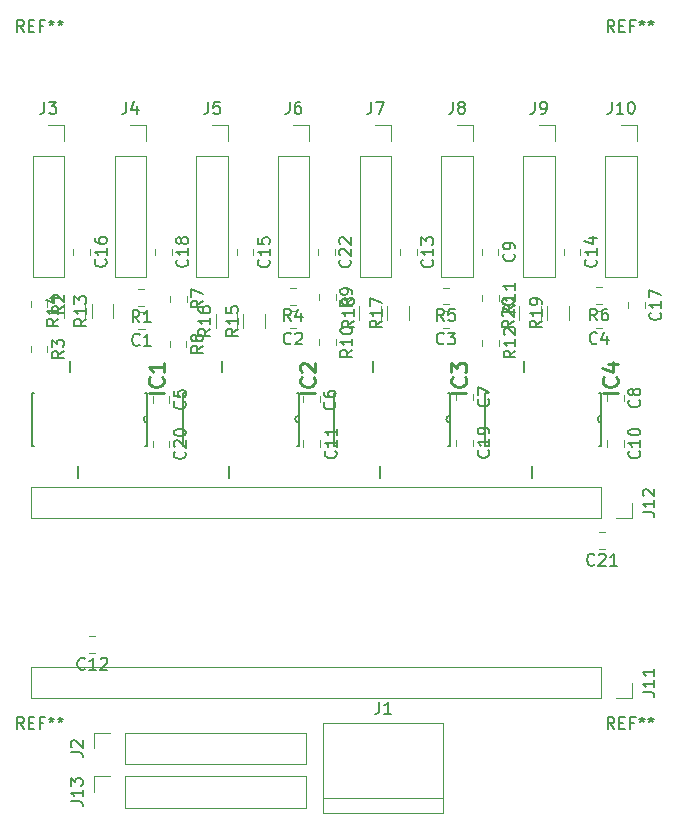
<source format=gbr>
G04 #@! TF.GenerationSoftware,KiCad,Pcbnew,(5.1.5)-3*
G04 #@! TF.CreationDate,2020-07-11T03:23:53+02:00*
G04 #@! TF.ProjectId,mixer Motor Driver board,6d697865-7220-44d6-9f74-6f7220447269,rev?*
G04 #@! TF.SameCoordinates,Original*
G04 #@! TF.FileFunction,Legend,Top*
G04 #@! TF.FilePolarity,Positive*
%FSLAX46Y46*%
G04 Gerber Fmt 4.6, Leading zero omitted, Abs format (unit mm)*
G04 Created by KiCad (PCBNEW (5.1.5)-3) date 2020-07-11 03:23:53*
%MOMM*%
%LPD*%
G04 APERTURE LIST*
%ADD10C,0.120000*%
%ADD11C,0.152400*%
%ADD12C,0.150000*%
%ADD13C,0.254000*%
G04 APERTURE END LIST*
D10*
X67362000Y-26443148D02*
X67362000Y-26965652D01*
X68782000Y-26443148D02*
X68782000Y-26965652D01*
X91684852Y-50420200D02*
X91162348Y-50420200D01*
X91684852Y-51840200D02*
X91162348Y-51840200D01*
X53366600Y-42673748D02*
X53366600Y-43196252D01*
X54786600Y-42673748D02*
X54786600Y-43196252D01*
X79071400Y-42563148D02*
X79071400Y-43085652D01*
X80491400Y-42563148D02*
X80491400Y-43085652D01*
X53569800Y-26434148D02*
X53569800Y-26956652D01*
X54989800Y-26434148D02*
X54989800Y-26956652D01*
X93625600Y-30913548D02*
X93625600Y-31436052D01*
X95045600Y-30913548D02*
X95045600Y-31436052D01*
X46661000Y-26408748D02*
X46661000Y-26931252D01*
X48081000Y-26408748D02*
X48081000Y-26931252D01*
X60478600Y-26443148D02*
X60478600Y-26965652D01*
X61898600Y-26443148D02*
X61898600Y-26965652D01*
X88164600Y-26417748D02*
X88164600Y-26940252D01*
X89584600Y-26417748D02*
X89584600Y-26940252D01*
X74321600Y-26443148D02*
X74321600Y-26965652D01*
X75741600Y-26443148D02*
X75741600Y-26965652D01*
X48537652Y-59234000D02*
X48015148Y-59234000D01*
X48537652Y-60654000D02*
X48015148Y-60654000D01*
X66142800Y-42639348D02*
X66142800Y-43161852D01*
X67562800Y-42639348D02*
X67562800Y-43161852D01*
X91847600Y-42639348D02*
X91847600Y-43161852D01*
X93267600Y-42639348D02*
X93267600Y-43161852D01*
X81230400Y-26417748D02*
X81230400Y-26940252D01*
X82650400Y-26417748D02*
X82650400Y-26940252D01*
X91847600Y-38787548D02*
X91847600Y-39310052D01*
X93267600Y-38787548D02*
X93267600Y-39310052D01*
X79071400Y-38718748D02*
X79071400Y-39241252D01*
X80491400Y-38718748D02*
X80491400Y-39241252D01*
X66142800Y-38854748D02*
X66142800Y-39377252D01*
X67562800Y-38854748D02*
X67562800Y-39377252D01*
X53366600Y-38914548D02*
X53366600Y-39437052D01*
X54786600Y-38914548D02*
X54786600Y-39437052D01*
X91412852Y-31675000D02*
X90890348Y-31675000D01*
X91412852Y-33095000D02*
X90890348Y-33095000D01*
X78458852Y-31700400D02*
X77936348Y-31700400D01*
X78458852Y-33120400D02*
X77936348Y-33120400D01*
X65504852Y-31700400D02*
X64982348Y-31700400D01*
X65504852Y-33120400D02*
X64982348Y-33120400D01*
X52695852Y-31802000D02*
X52173348Y-31802000D01*
X52695852Y-33222000D02*
X52173348Y-33222000D01*
X48428600Y-72390000D02*
X48428600Y-71060000D01*
X48428600Y-71060000D02*
X49758600Y-71060000D01*
X51028600Y-71060000D02*
X66328600Y-71060000D01*
X66328600Y-73720000D02*
X66328600Y-71060000D01*
X51028600Y-73720000D02*
X66328600Y-73720000D01*
X51028600Y-73720000D02*
X51028600Y-71060000D01*
X86254000Y-32464764D02*
X86254000Y-31260636D01*
X84434000Y-32464764D02*
X84434000Y-31260636D01*
X88590800Y-32464764D02*
X88590800Y-31260636D01*
X86770800Y-32464764D02*
X86770800Y-31260636D01*
X72690400Y-32464764D02*
X72690400Y-31260636D01*
X70870400Y-32464764D02*
X70870400Y-31260636D01*
X75052600Y-32464764D02*
X75052600Y-31260636D01*
X73232600Y-32464764D02*
X73232600Y-31260636D01*
X60523800Y-33150564D02*
X60523800Y-31946436D01*
X58703800Y-33150564D02*
X58703800Y-31946436D01*
X62886000Y-33150564D02*
X62886000Y-31946436D01*
X61066000Y-33150564D02*
X61066000Y-31946436D01*
X47671400Y-32312364D02*
X47671400Y-31108236D01*
X45851400Y-32312364D02*
X45851400Y-31108236D01*
X50033600Y-32312364D02*
X50033600Y-31108236D01*
X48213600Y-32312364D02*
X48213600Y-31108236D01*
X81281200Y-34130348D02*
X81281200Y-34652852D01*
X82701200Y-34130348D02*
X82701200Y-34652852D01*
X81255800Y-30303948D02*
X81255800Y-30826452D01*
X82675800Y-30303948D02*
X82675800Y-30826452D01*
X67463600Y-34063148D02*
X67463600Y-34585652D01*
X68883600Y-34063148D02*
X68883600Y-34585652D01*
X67463600Y-30253148D02*
X67463600Y-30775652D01*
X68883600Y-30253148D02*
X68883600Y-30775652D01*
X54814400Y-34206548D02*
X54814400Y-34729052D01*
X56234400Y-34206548D02*
X56234400Y-34729052D01*
X54839800Y-30380148D02*
X54839800Y-30902652D01*
X56259800Y-30380148D02*
X56259800Y-30902652D01*
X91430852Y-29668400D02*
X90908348Y-29668400D01*
X91430852Y-31088400D02*
X90908348Y-31088400D01*
X78467852Y-29693800D02*
X77945348Y-29693800D01*
X78467852Y-31113800D02*
X77945348Y-31113800D01*
X65513852Y-29719200D02*
X64991348Y-29719200D01*
X65513852Y-31139200D02*
X64991348Y-31139200D01*
X43054200Y-34638348D02*
X43054200Y-35160852D01*
X44474200Y-34638348D02*
X44474200Y-35160852D01*
X43054200Y-30837348D02*
X43054200Y-31359852D01*
X44474200Y-30837348D02*
X44474200Y-31359852D01*
X52677852Y-29820800D02*
X52155348Y-29820800D01*
X52677852Y-31240800D02*
X52155348Y-31240800D01*
X93963800Y-47904400D02*
X93963800Y-49234400D01*
X93963800Y-49234400D02*
X92633800Y-49234400D01*
X91363800Y-49234400D02*
X43043800Y-49234400D01*
X43043800Y-46574400D02*
X43043800Y-49234400D01*
X91363800Y-46574400D02*
X43043800Y-46574400D01*
X91363800Y-46574400D02*
X91363800Y-49234400D01*
X93963800Y-63143201D02*
X93963800Y-64473201D01*
X93963800Y-64473201D02*
X92633800Y-64473201D01*
X91363800Y-64473201D02*
X43043800Y-64473201D01*
X43043800Y-61813201D02*
X43043800Y-64473201D01*
X91363800Y-61813201D02*
X43043800Y-61813201D01*
X91363800Y-61813201D02*
X91363800Y-64473201D01*
X93040200Y-15963601D02*
X94370200Y-15963601D01*
X94370200Y-15963601D02*
X94370200Y-17293601D01*
X94370200Y-18563601D02*
X94370200Y-28783601D01*
X91710200Y-28783601D02*
X94370200Y-28783601D01*
X91710200Y-18563601D02*
X91710200Y-28783601D01*
X91710200Y-18563601D02*
X94370200Y-18563601D01*
X86080600Y-15963601D02*
X87410600Y-15963601D01*
X87410600Y-15963601D02*
X87410600Y-17293601D01*
X87410600Y-18563601D02*
X87410600Y-28783601D01*
X84750600Y-28783601D02*
X87410600Y-28783601D01*
X84750600Y-18563601D02*
X84750600Y-28783601D01*
X84750600Y-18563601D02*
X87410600Y-18563601D01*
X79146400Y-15963601D02*
X80476400Y-15963601D01*
X80476400Y-15963601D02*
X80476400Y-17293601D01*
X80476400Y-18563601D02*
X80476400Y-28783601D01*
X77816400Y-28783601D02*
X80476400Y-28783601D01*
X77816400Y-18563601D02*
X77816400Y-28783601D01*
X77816400Y-18563601D02*
X80476400Y-18563601D01*
X72237600Y-15963601D02*
X73567600Y-15963601D01*
X73567600Y-15963601D02*
X73567600Y-17293601D01*
X73567600Y-18563601D02*
X73567600Y-28783601D01*
X70907600Y-28783601D02*
X73567600Y-28783601D01*
X70907600Y-18563601D02*
X70907600Y-28783601D01*
X70907600Y-18563601D02*
X73567600Y-18563601D01*
X65303400Y-15963601D02*
X66633400Y-15963601D01*
X66633400Y-15963601D02*
X66633400Y-17293601D01*
X66633400Y-18563601D02*
X66633400Y-28783601D01*
X63973400Y-28783601D02*
X66633400Y-28783601D01*
X63973400Y-18563601D02*
X63973400Y-28783601D01*
X63973400Y-18563601D02*
X66633400Y-18563601D01*
X58420000Y-15963601D02*
X59750000Y-15963601D01*
X59750000Y-15963601D02*
X59750000Y-17293601D01*
X59750000Y-18563601D02*
X59750000Y-28783601D01*
X57090000Y-28783601D02*
X59750000Y-28783601D01*
X57090000Y-18563601D02*
X57090000Y-28783601D01*
X57090000Y-18563601D02*
X59750000Y-18563601D01*
X51481399Y-15963601D02*
X52811399Y-15963601D01*
X52811399Y-15963601D02*
X52811399Y-17293601D01*
X52811399Y-18563601D02*
X52811399Y-28783601D01*
X50151399Y-28783601D02*
X52811399Y-28783601D01*
X50151399Y-18563601D02*
X50151399Y-28783601D01*
X50151399Y-18563601D02*
X52811399Y-18563601D01*
X44551400Y-15963601D02*
X45881400Y-15963601D01*
X45881400Y-15963601D02*
X45881400Y-17293601D01*
X45881400Y-18563601D02*
X45881400Y-28783601D01*
X43221400Y-28783601D02*
X45881400Y-28783601D01*
X43221400Y-18563601D02*
X43221400Y-28783601D01*
X43221400Y-18563601D02*
X45881400Y-18563601D01*
X48428600Y-68707000D02*
X48428600Y-67377000D01*
X48428600Y-67377000D02*
X49758600Y-67377000D01*
X51028600Y-67377000D02*
X66328600Y-67377000D01*
X66328600Y-70037000D02*
X66328600Y-67377000D01*
X51028600Y-70037000D02*
X66328600Y-70037000D01*
X51028600Y-70037000D02*
X51028600Y-67377000D01*
X67818000Y-74218800D02*
X77978000Y-74218800D01*
X67818000Y-66598800D02*
X67818000Y-74218800D01*
X77978000Y-66598800D02*
X67818000Y-66598800D01*
X77978000Y-74218800D02*
X77978000Y-66598800D01*
X77978000Y-72948800D02*
X67818000Y-72948800D01*
D11*
X91363800Y-40538400D02*
G75*
G03X91363800Y-41148000I0J-304800D01*
G01*
X91363800Y-38582600D02*
X91186000Y-38582600D01*
X91363800Y-40538400D02*
X91363800Y-38582600D01*
X91363800Y-41148000D02*
X91363800Y-40538400D01*
X91363800Y-43103800D02*
X91363800Y-41148000D01*
X81559400Y-43103800D02*
X81737200Y-43103800D01*
X81559400Y-38582600D02*
X81559400Y-43103800D01*
X81737200Y-38582600D02*
X81559400Y-38582600D01*
X91186000Y-43103800D02*
X91363800Y-43103800D01*
X85471000Y-44805600D02*
X85471000Y-45847000D01*
X84836000Y-35890200D02*
X84836000Y-36880800D01*
X78553732Y-40538400D02*
G75*
G03X78553732Y-41148000I0J-304800D01*
G01*
X78553732Y-38582600D02*
X78375932Y-38582600D01*
X78553732Y-40538400D02*
X78553732Y-38582600D01*
X78553732Y-41148000D02*
X78553732Y-40538400D01*
X78553732Y-43103800D02*
X78553732Y-41148000D01*
X68749332Y-43103800D02*
X68927132Y-43103800D01*
X68749332Y-38582600D02*
X68749332Y-43103800D01*
X68927132Y-38582600D02*
X68749332Y-38582600D01*
X78375932Y-43103800D02*
X78553732Y-43103800D01*
X72660932Y-44805600D02*
X72660932Y-45847000D01*
X72025932Y-35890200D02*
X72025932Y-36880800D01*
X65743666Y-40538400D02*
G75*
G03X65743666Y-41148000I0J-304800D01*
G01*
X65743666Y-38582600D02*
X65565866Y-38582600D01*
X65743666Y-40538400D02*
X65743666Y-38582600D01*
X65743666Y-41148000D02*
X65743666Y-40538400D01*
X65743666Y-43103800D02*
X65743666Y-41148000D01*
X55939266Y-43103800D02*
X56117066Y-43103800D01*
X55939266Y-38582600D02*
X55939266Y-43103800D01*
X56117066Y-38582600D02*
X55939266Y-38582600D01*
X65565866Y-43103800D02*
X65743666Y-43103800D01*
X59850866Y-44805600D02*
X59850866Y-45847000D01*
X59215866Y-35890200D02*
X59215866Y-36880800D01*
X52933600Y-40538400D02*
G75*
G03X52933600Y-41148000I0J-304800D01*
G01*
X52933600Y-38582600D02*
X52755800Y-38582600D01*
X52933600Y-40538400D02*
X52933600Y-38582600D01*
X52933600Y-41148000D02*
X52933600Y-40538400D01*
X52933600Y-43103800D02*
X52933600Y-41148000D01*
X43129200Y-43103800D02*
X43307000Y-43103800D01*
X43129200Y-38582600D02*
X43129200Y-43103800D01*
X43307000Y-38582600D02*
X43129200Y-38582600D01*
X52755800Y-43103800D02*
X52933600Y-43103800D01*
X47040800Y-44805600D02*
X47040800Y-45847000D01*
X46405800Y-35890200D02*
X46405800Y-36880800D01*
D12*
X42468666Y-67052380D02*
X42135333Y-66576190D01*
X41897238Y-67052380D02*
X41897238Y-66052380D01*
X42278190Y-66052380D01*
X42373428Y-66100000D01*
X42421047Y-66147619D01*
X42468666Y-66242857D01*
X42468666Y-66385714D01*
X42421047Y-66480952D01*
X42373428Y-66528571D01*
X42278190Y-66576190D01*
X41897238Y-66576190D01*
X42897238Y-66528571D02*
X43230571Y-66528571D01*
X43373428Y-67052380D02*
X42897238Y-67052380D01*
X42897238Y-66052380D01*
X43373428Y-66052380D01*
X44135333Y-66528571D02*
X43802000Y-66528571D01*
X43802000Y-67052380D02*
X43802000Y-66052380D01*
X44278190Y-66052380D01*
X44802000Y-66052380D02*
X44802000Y-66290476D01*
X44563904Y-66195238D02*
X44802000Y-66290476D01*
X45040095Y-66195238D01*
X44659142Y-66480952D02*
X44802000Y-66290476D01*
X44944857Y-66480952D01*
X45563904Y-66052380D02*
X45563904Y-66290476D01*
X45325809Y-66195238D02*
X45563904Y-66290476D01*
X45802000Y-66195238D01*
X45421047Y-66480952D02*
X45563904Y-66290476D01*
X45706761Y-66480952D01*
X92468866Y-67052380D02*
X92135533Y-66576190D01*
X91897438Y-67052380D02*
X91897438Y-66052380D01*
X92278390Y-66052380D01*
X92373628Y-66100000D01*
X92421247Y-66147619D01*
X92468866Y-66242857D01*
X92468866Y-66385714D01*
X92421247Y-66480952D01*
X92373628Y-66528571D01*
X92278390Y-66576190D01*
X91897438Y-66576190D01*
X92897438Y-66528571D02*
X93230771Y-66528571D01*
X93373628Y-67052380D02*
X92897438Y-67052380D01*
X92897438Y-66052380D01*
X93373628Y-66052380D01*
X94135533Y-66528571D02*
X93802200Y-66528571D01*
X93802200Y-67052380D02*
X93802200Y-66052380D01*
X94278390Y-66052380D01*
X94802200Y-66052380D02*
X94802200Y-66290476D01*
X94564104Y-66195238D02*
X94802200Y-66290476D01*
X95040295Y-66195238D01*
X94659342Y-66480952D02*
X94802200Y-66290476D01*
X94945057Y-66480952D01*
X95564104Y-66052380D02*
X95564104Y-66290476D01*
X95326009Y-66195238D02*
X95564104Y-66290476D01*
X95802200Y-66195238D01*
X95421247Y-66480952D02*
X95564104Y-66290476D01*
X95706961Y-66480952D01*
X42468666Y-8052380D02*
X42135333Y-7576190D01*
X41897238Y-8052380D02*
X41897238Y-7052380D01*
X42278190Y-7052380D01*
X42373428Y-7100000D01*
X42421047Y-7147619D01*
X42468666Y-7242857D01*
X42468666Y-7385714D01*
X42421047Y-7480952D01*
X42373428Y-7528571D01*
X42278190Y-7576190D01*
X41897238Y-7576190D01*
X42897238Y-7528571D02*
X43230571Y-7528571D01*
X43373428Y-8052380D02*
X42897238Y-8052380D01*
X42897238Y-7052380D01*
X43373428Y-7052380D01*
X44135333Y-7528571D02*
X43802000Y-7528571D01*
X43802000Y-8052380D02*
X43802000Y-7052380D01*
X44278190Y-7052380D01*
X44802000Y-7052380D02*
X44802000Y-7290476D01*
X44563904Y-7195238D02*
X44802000Y-7290476D01*
X45040095Y-7195238D01*
X44659142Y-7480952D02*
X44802000Y-7290476D01*
X44944857Y-7480952D01*
X45563904Y-7052380D02*
X45563904Y-7290476D01*
X45325809Y-7195238D02*
X45563904Y-7290476D01*
X45802000Y-7195238D01*
X45421047Y-7480952D02*
X45563904Y-7290476D01*
X45706761Y-7480952D01*
X92468866Y-8052380D02*
X92135533Y-7576190D01*
X91897438Y-8052380D02*
X91897438Y-7052380D01*
X92278390Y-7052380D01*
X92373628Y-7100000D01*
X92421247Y-7147619D01*
X92468866Y-7242857D01*
X92468866Y-7385714D01*
X92421247Y-7480952D01*
X92373628Y-7528571D01*
X92278390Y-7576190D01*
X91897438Y-7576190D01*
X92897438Y-7528571D02*
X93230771Y-7528571D01*
X93373628Y-8052380D02*
X92897438Y-8052380D01*
X92897438Y-7052380D01*
X93373628Y-7052380D01*
X94135533Y-7528571D02*
X93802200Y-7528571D01*
X93802200Y-8052380D02*
X93802200Y-7052380D01*
X94278390Y-7052380D01*
X94802200Y-7052380D02*
X94802200Y-7290476D01*
X94564104Y-7195238D02*
X94802200Y-7290476D01*
X95040295Y-7195238D01*
X94659342Y-7480952D02*
X94802200Y-7290476D01*
X94945057Y-7480952D01*
X95564104Y-7052380D02*
X95564104Y-7290476D01*
X95326009Y-7195238D02*
X95564104Y-7290476D01*
X95802200Y-7195238D01*
X95421247Y-7480952D02*
X95564104Y-7290476D01*
X95706961Y-7480952D01*
X70079142Y-27347257D02*
X70126761Y-27394876D01*
X70174380Y-27537733D01*
X70174380Y-27632971D01*
X70126761Y-27775828D01*
X70031523Y-27871066D01*
X69936285Y-27918685D01*
X69745809Y-27966304D01*
X69602952Y-27966304D01*
X69412476Y-27918685D01*
X69317238Y-27871066D01*
X69222000Y-27775828D01*
X69174380Y-27632971D01*
X69174380Y-27537733D01*
X69222000Y-27394876D01*
X69269619Y-27347257D01*
X69269619Y-26966304D02*
X69222000Y-26918685D01*
X69174380Y-26823447D01*
X69174380Y-26585352D01*
X69222000Y-26490114D01*
X69269619Y-26442495D01*
X69364857Y-26394876D01*
X69460095Y-26394876D01*
X69602952Y-26442495D01*
X70174380Y-27013923D01*
X70174380Y-26394876D01*
X69269619Y-26013923D02*
X69222000Y-25966304D01*
X69174380Y-25871066D01*
X69174380Y-25632971D01*
X69222000Y-25537733D01*
X69269619Y-25490114D01*
X69364857Y-25442495D01*
X69460095Y-25442495D01*
X69602952Y-25490114D01*
X70174380Y-26061542D01*
X70174380Y-25442495D01*
X90780742Y-53137342D02*
X90733123Y-53184961D01*
X90590266Y-53232580D01*
X90495028Y-53232580D01*
X90352171Y-53184961D01*
X90256933Y-53089723D01*
X90209314Y-52994485D01*
X90161695Y-52804009D01*
X90161695Y-52661152D01*
X90209314Y-52470676D01*
X90256933Y-52375438D01*
X90352171Y-52280200D01*
X90495028Y-52232580D01*
X90590266Y-52232580D01*
X90733123Y-52280200D01*
X90780742Y-52327819D01*
X91161695Y-52327819D02*
X91209314Y-52280200D01*
X91304552Y-52232580D01*
X91542647Y-52232580D01*
X91637885Y-52280200D01*
X91685504Y-52327819D01*
X91733123Y-52423057D01*
X91733123Y-52518295D01*
X91685504Y-52661152D01*
X91114076Y-53232580D01*
X91733123Y-53232580D01*
X92685504Y-53232580D02*
X92114076Y-53232580D01*
X92399790Y-53232580D02*
X92399790Y-52232580D01*
X92304552Y-52375438D01*
X92209314Y-52470676D01*
X92114076Y-52518295D01*
X56083742Y-43577857D02*
X56131361Y-43625476D01*
X56178980Y-43768333D01*
X56178980Y-43863571D01*
X56131361Y-44006428D01*
X56036123Y-44101666D01*
X55940885Y-44149285D01*
X55750409Y-44196904D01*
X55607552Y-44196904D01*
X55417076Y-44149285D01*
X55321838Y-44101666D01*
X55226600Y-44006428D01*
X55178980Y-43863571D01*
X55178980Y-43768333D01*
X55226600Y-43625476D01*
X55274219Y-43577857D01*
X55274219Y-43196904D02*
X55226600Y-43149285D01*
X55178980Y-43054047D01*
X55178980Y-42815952D01*
X55226600Y-42720714D01*
X55274219Y-42673095D01*
X55369457Y-42625476D01*
X55464695Y-42625476D01*
X55607552Y-42673095D01*
X56178980Y-43244523D01*
X56178980Y-42625476D01*
X55178980Y-42006428D02*
X55178980Y-41911190D01*
X55226600Y-41815952D01*
X55274219Y-41768333D01*
X55369457Y-41720714D01*
X55559933Y-41673095D01*
X55798028Y-41673095D01*
X55988504Y-41720714D01*
X56083742Y-41768333D01*
X56131361Y-41815952D01*
X56178980Y-41911190D01*
X56178980Y-42006428D01*
X56131361Y-42101666D01*
X56083742Y-42149285D01*
X55988504Y-42196904D01*
X55798028Y-42244523D01*
X55559933Y-42244523D01*
X55369457Y-42196904D01*
X55274219Y-42149285D01*
X55226600Y-42101666D01*
X55178980Y-42006428D01*
X81788542Y-43467257D02*
X81836161Y-43514876D01*
X81883780Y-43657733D01*
X81883780Y-43752971D01*
X81836161Y-43895828D01*
X81740923Y-43991066D01*
X81645685Y-44038685D01*
X81455209Y-44086304D01*
X81312352Y-44086304D01*
X81121876Y-44038685D01*
X81026638Y-43991066D01*
X80931400Y-43895828D01*
X80883780Y-43752971D01*
X80883780Y-43657733D01*
X80931400Y-43514876D01*
X80979019Y-43467257D01*
X81883780Y-42514876D02*
X81883780Y-43086304D01*
X81883780Y-42800590D02*
X80883780Y-42800590D01*
X81026638Y-42895828D01*
X81121876Y-42991066D01*
X81169495Y-43086304D01*
X81883780Y-42038685D02*
X81883780Y-41848209D01*
X81836161Y-41752971D01*
X81788542Y-41705352D01*
X81645685Y-41610114D01*
X81455209Y-41562495D01*
X81074257Y-41562495D01*
X80979019Y-41610114D01*
X80931400Y-41657733D01*
X80883780Y-41752971D01*
X80883780Y-41943447D01*
X80931400Y-42038685D01*
X80979019Y-42086304D01*
X81074257Y-42133923D01*
X81312352Y-42133923D01*
X81407590Y-42086304D01*
X81455209Y-42038685D01*
X81502828Y-41943447D01*
X81502828Y-41752971D01*
X81455209Y-41657733D01*
X81407590Y-41610114D01*
X81312352Y-41562495D01*
X56286942Y-27338257D02*
X56334561Y-27385876D01*
X56382180Y-27528733D01*
X56382180Y-27623971D01*
X56334561Y-27766828D01*
X56239323Y-27862066D01*
X56144085Y-27909685D01*
X55953609Y-27957304D01*
X55810752Y-27957304D01*
X55620276Y-27909685D01*
X55525038Y-27862066D01*
X55429800Y-27766828D01*
X55382180Y-27623971D01*
X55382180Y-27528733D01*
X55429800Y-27385876D01*
X55477419Y-27338257D01*
X56382180Y-26385876D02*
X56382180Y-26957304D01*
X56382180Y-26671590D02*
X55382180Y-26671590D01*
X55525038Y-26766828D01*
X55620276Y-26862066D01*
X55667895Y-26957304D01*
X55810752Y-25814447D02*
X55763133Y-25909685D01*
X55715514Y-25957304D01*
X55620276Y-26004923D01*
X55572657Y-26004923D01*
X55477419Y-25957304D01*
X55429800Y-25909685D01*
X55382180Y-25814447D01*
X55382180Y-25623971D01*
X55429800Y-25528733D01*
X55477419Y-25481114D01*
X55572657Y-25433495D01*
X55620276Y-25433495D01*
X55715514Y-25481114D01*
X55763133Y-25528733D01*
X55810752Y-25623971D01*
X55810752Y-25814447D01*
X55858371Y-25909685D01*
X55905990Y-25957304D01*
X56001228Y-26004923D01*
X56191704Y-26004923D01*
X56286942Y-25957304D01*
X56334561Y-25909685D01*
X56382180Y-25814447D01*
X56382180Y-25623971D01*
X56334561Y-25528733D01*
X56286942Y-25481114D01*
X56191704Y-25433495D01*
X56001228Y-25433495D01*
X55905990Y-25481114D01*
X55858371Y-25528733D01*
X55810752Y-25623971D01*
X96342742Y-31817657D02*
X96390361Y-31865276D01*
X96437980Y-32008133D01*
X96437980Y-32103371D01*
X96390361Y-32246228D01*
X96295123Y-32341466D01*
X96199885Y-32389085D01*
X96009409Y-32436704D01*
X95866552Y-32436704D01*
X95676076Y-32389085D01*
X95580838Y-32341466D01*
X95485600Y-32246228D01*
X95437980Y-32103371D01*
X95437980Y-32008133D01*
X95485600Y-31865276D01*
X95533219Y-31817657D01*
X96437980Y-30865276D02*
X96437980Y-31436704D01*
X96437980Y-31150990D02*
X95437980Y-31150990D01*
X95580838Y-31246228D01*
X95676076Y-31341466D01*
X95723695Y-31436704D01*
X95437980Y-30531942D02*
X95437980Y-29865276D01*
X96437980Y-30293847D01*
X49378142Y-27312857D02*
X49425761Y-27360476D01*
X49473380Y-27503333D01*
X49473380Y-27598571D01*
X49425761Y-27741428D01*
X49330523Y-27836666D01*
X49235285Y-27884285D01*
X49044809Y-27931904D01*
X48901952Y-27931904D01*
X48711476Y-27884285D01*
X48616238Y-27836666D01*
X48521000Y-27741428D01*
X48473380Y-27598571D01*
X48473380Y-27503333D01*
X48521000Y-27360476D01*
X48568619Y-27312857D01*
X49473380Y-26360476D02*
X49473380Y-26931904D01*
X49473380Y-26646190D02*
X48473380Y-26646190D01*
X48616238Y-26741428D01*
X48711476Y-26836666D01*
X48759095Y-26931904D01*
X48473380Y-25503333D02*
X48473380Y-25693809D01*
X48521000Y-25789047D01*
X48568619Y-25836666D01*
X48711476Y-25931904D01*
X48901952Y-25979523D01*
X49282904Y-25979523D01*
X49378142Y-25931904D01*
X49425761Y-25884285D01*
X49473380Y-25789047D01*
X49473380Y-25598571D01*
X49425761Y-25503333D01*
X49378142Y-25455714D01*
X49282904Y-25408095D01*
X49044809Y-25408095D01*
X48949571Y-25455714D01*
X48901952Y-25503333D01*
X48854333Y-25598571D01*
X48854333Y-25789047D01*
X48901952Y-25884285D01*
X48949571Y-25931904D01*
X49044809Y-25979523D01*
X63195742Y-27347257D02*
X63243361Y-27394876D01*
X63290980Y-27537733D01*
X63290980Y-27632971D01*
X63243361Y-27775828D01*
X63148123Y-27871066D01*
X63052885Y-27918685D01*
X62862409Y-27966304D01*
X62719552Y-27966304D01*
X62529076Y-27918685D01*
X62433838Y-27871066D01*
X62338600Y-27775828D01*
X62290980Y-27632971D01*
X62290980Y-27537733D01*
X62338600Y-27394876D01*
X62386219Y-27347257D01*
X63290980Y-26394876D02*
X63290980Y-26966304D01*
X63290980Y-26680590D02*
X62290980Y-26680590D01*
X62433838Y-26775828D01*
X62529076Y-26871066D01*
X62576695Y-26966304D01*
X62290980Y-25490114D02*
X62290980Y-25966304D01*
X62767171Y-26013923D01*
X62719552Y-25966304D01*
X62671933Y-25871066D01*
X62671933Y-25632971D01*
X62719552Y-25537733D01*
X62767171Y-25490114D01*
X62862409Y-25442495D01*
X63100504Y-25442495D01*
X63195742Y-25490114D01*
X63243361Y-25537733D01*
X63290980Y-25632971D01*
X63290980Y-25871066D01*
X63243361Y-25966304D01*
X63195742Y-26013923D01*
X90881742Y-27321857D02*
X90929361Y-27369476D01*
X90976980Y-27512333D01*
X90976980Y-27607571D01*
X90929361Y-27750428D01*
X90834123Y-27845666D01*
X90738885Y-27893285D01*
X90548409Y-27940904D01*
X90405552Y-27940904D01*
X90215076Y-27893285D01*
X90119838Y-27845666D01*
X90024600Y-27750428D01*
X89976980Y-27607571D01*
X89976980Y-27512333D01*
X90024600Y-27369476D01*
X90072219Y-27321857D01*
X90976980Y-26369476D02*
X90976980Y-26940904D01*
X90976980Y-26655190D02*
X89976980Y-26655190D01*
X90119838Y-26750428D01*
X90215076Y-26845666D01*
X90262695Y-26940904D01*
X90310314Y-25512333D02*
X90976980Y-25512333D01*
X89929361Y-25750428D02*
X90643647Y-25988523D01*
X90643647Y-25369476D01*
X77038742Y-27347257D02*
X77086361Y-27394876D01*
X77133980Y-27537733D01*
X77133980Y-27632971D01*
X77086361Y-27775828D01*
X76991123Y-27871066D01*
X76895885Y-27918685D01*
X76705409Y-27966304D01*
X76562552Y-27966304D01*
X76372076Y-27918685D01*
X76276838Y-27871066D01*
X76181600Y-27775828D01*
X76133980Y-27632971D01*
X76133980Y-27537733D01*
X76181600Y-27394876D01*
X76229219Y-27347257D01*
X77133980Y-26394876D02*
X77133980Y-26966304D01*
X77133980Y-26680590D02*
X76133980Y-26680590D01*
X76276838Y-26775828D01*
X76372076Y-26871066D01*
X76419695Y-26966304D01*
X76133980Y-26061542D02*
X76133980Y-25442495D01*
X76514933Y-25775828D01*
X76514933Y-25632971D01*
X76562552Y-25537733D01*
X76610171Y-25490114D01*
X76705409Y-25442495D01*
X76943504Y-25442495D01*
X77038742Y-25490114D01*
X77086361Y-25537733D01*
X77133980Y-25632971D01*
X77133980Y-25918685D01*
X77086361Y-26013923D01*
X77038742Y-26061542D01*
X47633542Y-61951142D02*
X47585923Y-61998761D01*
X47443066Y-62046380D01*
X47347828Y-62046380D01*
X47204971Y-61998761D01*
X47109733Y-61903523D01*
X47062114Y-61808285D01*
X47014495Y-61617809D01*
X47014495Y-61474952D01*
X47062114Y-61284476D01*
X47109733Y-61189238D01*
X47204971Y-61094000D01*
X47347828Y-61046380D01*
X47443066Y-61046380D01*
X47585923Y-61094000D01*
X47633542Y-61141619D01*
X48585923Y-62046380D02*
X48014495Y-62046380D01*
X48300209Y-62046380D02*
X48300209Y-61046380D01*
X48204971Y-61189238D01*
X48109733Y-61284476D01*
X48014495Y-61332095D01*
X48966876Y-61141619D02*
X49014495Y-61094000D01*
X49109733Y-61046380D01*
X49347828Y-61046380D01*
X49443066Y-61094000D01*
X49490685Y-61141619D01*
X49538304Y-61236857D01*
X49538304Y-61332095D01*
X49490685Y-61474952D01*
X48919257Y-62046380D01*
X49538304Y-62046380D01*
X68859942Y-43543457D02*
X68907561Y-43591076D01*
X68955180Y-43733933D01*
X68955180Y-43829171D01*
X68907561Y-43972028D01*
X68812323Y-44067266D01*
X68717085Y-44114885D01*
X68526609Y-44162504D01*
X68383752Y-44162504D01*
X68193276Y-44114885D01*
X68098038Y-44067266D01*
X68002800Y-43972028D01*
X67955180Y-43829171D01*
X67955180Y-43733933D01*
X68002800Y-43591076D01*
X68050419Y-43543457D01*
X68955180Y-42591076D02*
X68955180Y-43162504D01*
X68955180Y-42876790D02*
X67955180Y-42876790D01*
X68098038Y-42972028D01*
X68193276Y-43067266D01*
X68240895Y-43162504D01*
X68955180Y-41638695D02*
X68955180Y-42210123D01*
X68955180Y-41924409D02*
X67955180Y-41924409D01*
X68098038Y-42019647D01*
X68193276Y-42114885D01*
X68240895Y-42210123D01*
X94564742Y-43543457D02*
X94612361Y-43591076D01*
X94659980Y-43733933D01*
X94659980Y-43829171D01*
X94612361Y-43972028D01*
X94517123Y-44067266D01*
X94421885Y-44114885D01*
X94231409Y-44162504D01*
X94088552Y-44162504D01*
X93898076Y-44114885D01*
X93802838Y-44067266D01*
X93707600Y-43972028D01*
X93659980Y-43829171D01*
X93659980Y-43733933D01*
X93707600Y-43591076D01*
X93755219Y-43543457D01*
X94659980Y-42591076D02*
X94659980Y-43162504D01*
X94659980Y-42876790D02*
X93659980Y-42876790D01*
X93802838Y-42972028D01*
X93898076Y-43067266D01*
X93945695Y-43162504D01*
X93659980Y-41972028D02*
X93659980Y-41876790D01*
X93707600Y-41781552D01*
X93755219Y-41733933D01*
X93850457Y-41686314D01*
X94040933Y-41638695D01*
X94279028Y-41638695D01*
X94469504Y-41686314D01*
X94564742Y-41733933D01*
X94612361Y-41781552D01*
X94659980Y-41876790D01*
X94659980Y-41972028D01*
X94612361Y-42067266D01*
X94564742Y-42114885D01*
X94469504Y-42162504D01*
X94279028Y-42210123D01*
X94040933Y-42210123D01*
X93850457Y-42162504D01*
X93755219Y-42114885D01*
X93707600Y-42067266D01*
X93659980Y-41972028D01*
X83947542Y-26845666D02*
X83995161Y-26893285D01*
X84042780Y-27036142D01*
X84042780Y-27131380D01*
X83995161Y-27274238D01*
X83899923Y-27369476D01*
X83804685Y-27417095D01*
X83614209Y-27464714D01*
X83471352Y-27464714D01*
X83280876Y-27417095D01*
X83185638Y-27369476D01*
X83090400Y-27274238D01*
X83042780Y-27131380D01*
X83042780Y-27036142D01*
X83090400Y-26893285D01*
X83138019Y-26845666D01*
X84042780Y-26369476D02*
X84042780Y-26179000D01*
X83995161Y-26083761D01*
X83947542Y-26036142D01*
X83804685Y-25940904D01*
X83614209Y-25893285D01*
X83233257Y-25893285D01*
X83138019Y-25940904D01*
X83090400Y-25988523D01*
X83042780Y-26083761D01*
X83042780Y-26274238D01*
X83090400Y-26369476D01*
X83138019Y-26417095D01*
X83233257Y-26464714D01*
X83471352Y-26464714D01*
X83566590Y-26417095D01*
X83614209Y-26369476D01*
X83661828Y-26274238D01*
X83661828Y-26083761D01*
X83614209Y-25988523D01*
X83566590Y-25940904D01*
X83471352Y-25893285D01*
X94564742Y-39215466D02*
X94612361Y-39263085D01*
X94659980Y-39405942D01*
X94659980Y-39501180D01*
X94612361Y-39644038D01*
X94517123Y-39739276D01*
X94421885Y-39786895D01*
X94231409Y-39834514D01*
X94088552Y-39834514D01*
X93898076Y-39786895D01*
X93802838Y-39739276D01*
X93707600Y-39644038D01*
X93659980Y-39501180D01*
X93659980Y-39405942D01*
X93707600Y-39263085D01*
X93755219Y-39215466D01*
X94088552Y-38644038D02*
X94040933Y-38739276D01*
X93993314Y-38786895D01*
X93898076Y-38834514D01*
X93850457Y-38834514D01*
X93755219Y-38786895D01*
X93707600Y-38739276D01*
X93659980Y-38644038D01*
X93659980Y-38453561D01*
X93707600Y-38358323D01*
X93755219Y-38310704D01*
X93850457Y-38263085D01*
X93898076Y-38263085D01*
X93993314Y-38310704D01*
X94040933Y-38358323D01*
X94088552Y-38453561D01*
X94088552Y-38644038D01*
X94136171Y-38739276D01*
X94183790Y-38786895D01*
X94279028Y-38834514D01*
X94469504Y-38834514D01*
X94564742Y-38786895D01*
X94612361Y-38739276D01*
X94659980Y-38644038D01*
X94659980Y-38453561D01*
X94612361Y-38358323D01*
X94564742Y-38310704D01*
X94469504Y-38263085D01*
X94279028Y-38263085D01*
X94183790Y-38310704D01*
X94136171Y-38358323D01*
X94088552Y-38453561D01*
X81788542Y-39146666D02*
X81836161Y-39194285D01*
X81883780Y-39337142D01*
X81883780Y-39432380D01*
X81836161Y-39575238D01*
X81740923Y-39670476D01*
X81645685Y-39718095D01*
X81455209Y-39765714D01*
X81312352Y-39765714D01*
X81121876Y-39718095D01*
X81026638Y-39670476D01*
X80931400Y-39575238D01*
X80883780Y-39432380D01*
X80883780Y-39337142D01*
X80931400Y-39194285D01*
X80979019Y-39146666D01*
X80883780Y-38813333D02*
X80883780Y-38146666D01*
X81883780Y-38575238D01*
X68759342Y-39384266D02*
X68806961Y-39431885D01*
X68854580Y-39574742D01*
X68854580Y-39669980D01*
X68806961Y-39812838D01*
X68711723Y-39908076D01*
X68616485Y-39955695D01*
X68426009Y-40003314D01*
X68283152Y-40003314D01*
X68092676Y-39955695D01*
X67997438Y-39908076D01*
X67902200Y-39812838D01*
X67854580Y-39669980D01*
X67854580Y-39574742D01*
X67902200Y-39431885D01*
X67949819Y-39384266D01*
X67854580Y-38527123D02*
X67854580Y-38717600D01*
X67902200Y-38812838D01*
X67949819Y-38860457D01*
X68092676Y-38955695D01*
X68283152Y-39003314D01*
X68664104Y-39003314D01*
X68759342Y-38955695D01*
X68806961Y-38908076D01*
X68854580Y-38812838D01*
X68854580Y-38622361D01*
X68806961Y-38527123D01*
X68759342Y-38479504D01*
X68664104Y-38431885D01*
X68426009Y-38431885D01*
X68330771Y-38479504D01*
X68283152Y-38527123D01*
X68235533Y-38622361D01*
X68235533Y-38812838D01*
X68283152Y-38908076D01*
X68330771Y-38955695D01*
X68426009Y-39003314D01*
X56083742Y-39342466D02*
X56131361Y-39390085D01*
X56178980Y-39532942D01*
X56178980Y-39628180D01*
X56131361Y-39771038D01*
X56036123Y-39866276D01*
X55940885Y-39913895D01*
X55750409Y-39961514D01*
X55607552Y-39961514D01*
X55417076Y-39913895D01*
X55321838Y-39866276D01*
X55226600Y-39771038D01*
X55178980Y-39628180D01*
X55178980Y-39532942D01*
X55226600Y-39390085D01*
X55274219Y-39342466D01*
X55178980Y-38437704D02*
X55178980Y-38913895D01*
X55655171Y-38961514D01*
X55607552Y-38913895D01*
X55559933Y-38818657D01*
X55559933Y-38580561D01*
X55607552Y-38485323D01*
X55655171Y-38437704D01*
X55750409Y-38390085D01*
X55988504Y-38390085D01*
X56083742Y-38437704D01*
X56131361Y-38485323D01*
X56178980Y-38580561D01*
X56178980Y-38818657D01*
X56131361Y-38913895D01*
X56083742Y-38961514D01*
X90984933Y-34392142D02*
X90937314Y-34439761D01*
X90794457Y-34487380D01*
X90699219Y-34487380D01*
X90556361Y-34439761D01*
X90461123Y-34344523D01*
X90413504Y-34249285D01*
X90365885Y-34058809D01*
X90365885Y-33915952D01*
X90413504Y-33725476D01*
X90461123Y-33630238D01*
X90556361Y-33535000D01*
X90699219Y-33487380D01*
X90794457Y-33487380D01*
X90937314Y-33535000D01*
X90984933Y-33582619D01*
X91842076Y-33820714D02*
X91842076Y-34487380D01*
X91603980Y-33439761D02*
X91365885Y-34154047D01*
X91984933Y-34154047D01*
X78030933Y-34417542D02*
X77983314Y-34465161D01*
X77840457Y-34512780D01*
X77745219Y-34512780D01*
X77602361Y-34465161D01*
X77507123Y-34369923D01*
X77459504Y-34274685D01*
X77411885Y-34084209D01*
X77411885Y-33941352D01*
X77459504Y-33750876D01*
X77507123Y-33655638D01*
X77602361Y-33560400D01*
X77745219Y-33512780D01*
X77840457Y-33512780D01*
X77983314Y-33560400D01*
X78030933Y-33608019D01*
X78364266Y-33512780D02*
X78983314Y-33512780D01*
X78649980Y-33893733D01*
X78792838Y-33893733D01*
X78888076Y-33941352D01*
X78935695Y-33988971D01*
X78983314Y-34084209D01*
X78983314Y-34322304D01*
X78935695Y-34417542D01*
X78888076Y-34465161D01*
X78792838Y-34512780D01*
X78507123Y-34512780D01*
X78411885Y-34465161D01*
X78364266Y-34417542D01*
X65076933Y-34417542D02*
X65029314Y-34465161D01*
X64886457Y-34512780D01*
X64791219Y-34512780D01*
X64648361Y-34465161D01*
X64553123Y-34369923D01*
X64505504Y-34274685D01*
X64457885Y-34084209D01*
X64457885Y-33941352D01*
X64505504Y-33750876D01*
X64553123Y-33655638D01*
X64648361Y-33560400D01*
X64791219Y-33512780D01*
X64886457Y-33512780D01*
X65029314Y-33560400D01*
X65076933Y-33608019D01*
X65457885Y-33608019D02*
X65505504Y-33560400D01*
X65600742Y-33512780D01*
X65838838Y-33512780D01*
X65934076Y-33560400D01*
X65981695Y-33608019D01*
X66029314Y-33703257D01*
X66029314Y-33798495D01*
X65981695Y-33941352D01*
X65410266Y-34512780D01*
X66029314Y-34512780D01*
X52267933Y-34519142D02*
X52220314Y-34566761D01*
X52077457Y-34614380D01*
X51982219Y-34614380D01*
X51839361Y-34566761D01*
X51744123Y-34471523D01*
X51696504Y-34376285D01*
X51648885Y-34185809D01*
X51648885Y-34042952D01*
X51696504Y-33852476D01*
X51744123Y-33757238D01*
X51839361Y-33662000D01*
X51982219Y-33614380D01*
X52077457Y-33614380D01*
X52220314Y-33662000D01*
X52267933Y-33709619D01*
X53220314Y-34614380D02*
X52648885Y-34614380D01*
X52934600Y-34614380D02*
X52934600Y-33614380D01*
X52839361Y-33757238D01*
X52744123Y-33852476D01*
X52648885Y-33900095D01*
X46440980Y-73199523D02*
X47155266Y-73199523D01*
X47298123Y-73247142D01*
X47393361Y-73342380D01*
X47440980Y-73485238D01*
X47440980Y-73580476D01*
X47440980Y-72199523D02*
X47440980Y-72770952D01*
X47440980Y-72485238D02*
X46440980Y-72485238D01*
X46583838Y-72580476D01*
X46679076Y-72675714D01*
X46726695Y-72770952D01*
X46440980Y-71866190D02*
X46440980Y-71247142D01*
X46821933Y-71580476D01*
X46821933Y-71437619D01*
X46869552Y-71342380D01*
X46917171Y-71294761D01*
X47012409Y-71247142D01*
X47250504Y-71247142D01*
X47345742Y-71294761D01*
X47393361Y-71342380D01*
X47440980Y-71437619D01*
X47440980Y-71723333D01*
X47393361Y-71818571D01*
X47345742Y-71866190D01*
X83976380Y-32505557D02*
X83500190Y-32838890D01*
X83976380Y-33076985D02*
X82976380Y-33076985D01*
X82976380Y-32696033D01*
X83024000Y-32600795D01*
X83071619Y-32553176D01*
X83166857Y-32505557D01*
X83309714Y-32505557D01*
X83404952Y-32553176D01*
X83452571Y-32600795D01*
X83500190Y-32696033D01*
X83500190Y-33076985D01*
X83071619Y-32124604D02*
X83024000Y-32076985D01*
X82976380Y-31981747D01*
X82976380Y-31743652D01*
X83024000Y-31648414D01*
X83071619Y-31600795D01*
X83166857Y-31553176D01*
X83262095Y-31553176D01*
X83404952Y-31600795D01*
X83976380Y-32172223D01*
X83976380Y-31553176D01*
X82976380Y-30934128D02*
X82976380Y-30838890D01*
X83024000Y-30743652D01*
X83071619Y-30696033D01*
X83166857Y-30648414D01*
X83357333Y-30600795D01*
X83595428Y-30600795D01*
X83785904Y-30648414D01*
X83881142Y-30696033D01*
X83928761Y-30743652D01*
X83976380Y-30838890D01*
X83976380Y-30934128D01*
X83928761Y-31029366D01*
X83881142Y-31076985D01*
X83785904Y-31124604D01*
X83595428Y-31172223D01*
X83357333Y-31172223D01*
X83166857Y-31124604D01*
X83071619Y-31076985D01*
X83024000Y-31029366D01*
X82976380Y-30934128D01*
X86313180Y-32505557D02*
X85836990Y-32838890D01*
X86313180Y-33076985D02*
X85313180Y-33076985D01*
X85313180Y-32696033D01*
X85360800Y-32600795D01*
X85408419Y-32553176D01*
X85503657Y-32505557D01*
X85646514Y-32505557D01*
X85741752Y-32553176D01*
X85789371Y-32600795D01*
X85836990Y-32696033D01*
X85836990Y-33076985D01*
X86313180Y-31553176D02*
X86313180Y-32124604D01*
X86313180Y-31838890D02*
X85313180Y-31838890D01*
X85456038Y-31934128D01*
X85551276Y-32029366D01*
X85598895Y-32124604D01*
X86313180Y-31076985D02*
X86313180Y-30886509D01*
X86265561Y-30791271D01*
X86217942Y-30743652D01*
X86075085Y-30648414D01*
X85884609Y-30600795D01*
X85503657Y-30600795D01*
X85408419Y-30648414D01*
X85360800Y-30696033D01*
X85313180Y-30791271D01*
X85313180Y-30981747D01*
X85360800Y-31076985D01*
X85408419Y-31124604D01*
X85503657Y-31172223D01*
X85741752Y-31172223D01*
X85836990Y-31124604D01*
X85884609Y-31076985D01*
X85932228Y-30981747D01*
X85932228Y-30791271D01*
X85884609Y-30696033D01*
X85836990Y-30648414D01*
X85741752Y-30600795D01*
X70412780Y-32505557D02*
X69936590Y-32838890D01*
X70412780Y-33076985D02*
X69412780Y-33076985D01*
X69412780Y-32696033D01*
X69460400Y-32600795D01*
X69508019Y-32553176D01*
X69603257Y-32505557D01*
X69746114Y-32505557D01*
X69841352Y-32553176D01*
X69888971Y-32600795D01*
X69936590Y-32696033D01*
X69936590Y-33076985D01*
X70412780Y-31553176D02*
X70412780Y-32124604D01*
X70412780Y-31838890D02*
X69412780Y-31838890D01*
X69555638Y-31934128D01*
X69650876Y-32029366D01*
X69698495Y-32124604D01*
X69841352Y-30981747D02*
X69793733Y-31076985D01*
X69746114Y-31124604D01*
X69650876Y-31172223D01*
X69603257Y-31172223D01*
X69508019Y-31124604D01*
X69460400Y-31076985D01*
X69412780Y-30981747D01*
X69412780Y-30791271D01*
X69460400Y-30696033D01*
X69508019Y-30648414D01*
X69603257Y-30600795D01*
X69650876Y-30600795D01*
X69746114Y-30648414D01*
X69793733Y-30696033D01*
X69841352Y-30791271D01*
X69841352Y-30981747D01*
X69888971Y-31076985D01*
X69936590Y-31124604D01*
X70031828Y-31172223D01*
X70222304Y-31172223D01*
X70317542Y-31124604D01*
X70365161Y-31076985D01*
X70412780Y-30981747D01*
X70412780Y-30791271D01*
X70365161Y-30696033D01*
X70317542Y-30648414D01*
X70222304Y-30600795D01*
X70031828Y-30600795D01*
X69936590Y-30648414D01*
X69888971Y-30696033D01*
X69841352Y-30791271D01*
X72774980Y-32505557D02*
X72298790Y-32838890D01*
X72774980Y-33076985D02*
X71774980Y-33076985D01*
X71774980Y-32696033D01*
X71822600Y-32600795D01*
X71870219Y-32553176D01*
X71965457Y-32505557D01*
X72108314Y-32505557D01*
X72203552Y-32553176D01*
X72251171Y-32600795D01*
X72298790Y-32696033D01*
X72298790Y-33076985D01*
X72774980Y-31553176D02*
X72774980Y-32124604D01*
X72774980Y-31838890D02*
X71774980Y-31838890D01*
X71917838Y-31934128D01*
X72013076Y-32029366D01*
X72060695Y-32124604D01*
X71774980Y-31219842D02*
X71774980Y-30553176D01*
X72774980Y-30981747D01*
X58246180Y-33191357D02*
X57769990Y-33524690D01*
X58246180Y-33762785D02*
X57246180Y-33762785D01*
X57246180Y-33381833D01*
X57293800Y-33286595D01*
X57341419Y-33238976D01*
X57436657Y-33191357D01*
X57579514Y-33191357D01*
X57674752Y-33238976D01*
X57722371Y-33286595D01*
X57769990Y-33381833D01*
X57769990Y-33762785D01*
X58246180Y-32238976D02*
X58246180Y-32810404D01*
X58246180Y-32524690D02*
X57246180Y-32524690D01*
X57389038Y-32619928D01*
X57484276Y-32715166D01*
X57531895Y-32810404D01*
X57246180Y-31381833D02*
X57246180Y-31572309D01*
X57293800Y-31667547D01*
X57341419Y-31715166D01*
X57484276Y-31810404D01*
X57674752Y-31858023D01*
X58055704Y-31858023D01*
X58150942Y-31810404D01*
X58198561Y-31762785D01*
X58246180Y-31667547D01*
X58246180Y-31477071D01*
X58198561Y-31381833D01*
X58150942Y-31334214D01*
X58055704Y-31286595D01*
X57817609Y-31286595D01*
X57722371Y-31334214D01*
X57674752Y-31381833D01*
X57627133Y-31477071D01*
X57627133Y-31667547D01*
X57674752Y-31762785D01*
X57722371Y-31810404D01*
X57817609Y-31858023D01*
X60608380Y-33191357D02*
X60132190Y-33524690D01*
X60608380Y-33762785D02*
X59608380Y-33762785D01*
X59608380Y-33381833D01*
X59656000Y-33286595D01*
X59703619Y-33238976D01*
X59798857Y-33191357D01*
X59941714Y-33191357D01*
X60036952Y-33238976D01*
X60084571Y-33286595D01*
X60132190Y-33381833D01*
X60132190Y-33762785D01*
X60608380Y-32238976D02*
X60608380Y-32810404D01*
X60608380Y-32524690D02*
X59608380Y-32524690D01*
X59751238Y-32619928D01*
X59846476Y-32715166D01*
X59894095Y-32810404D01*
X59608380Y-31334214D02*
X59608380Y-31810404D01*
X60084571Y-31858023D01*
X60036952Y-31810404D01*
X59989333Y-31715166D01*
X59989333Y-31477071D01*
X60036952Y-31381833D01*
X60084571Y-31334214D01*
X60179809Y-31286595D01*
X60417904Y-31286595D01*
X60513142Y-31334214D01*
X60560761Y-31381833D01*
X60608380Y-31477071D01*
X60608380Y-31715166D01*
X60560761Y-31810404D01*
X60513142Y-31858023D01*
X45393780Y-32353157D02*
X44917590Y-32686490D01*
X45393780Y-32924585D02*
X44393780Y-32924585D01*
X44393780Y-32543633D01*
X44441400Y-32448395D01*
X44489019Y-32400776D01*
X44584257Y-32353157D01*
X44727114Y-32353157D01*
X44822352Y-32400776D01*
X44869971Y-32448395D01*
X44917590Y-32543633D01*
X44917590Y-32924585D01*
X45393780Y-31400776D02*
X45393780Y-31972204D01*
X45393780Y-31686490D02*
X44393780Y-31686490D01*
X44536638Y-31781728D01*
X44631876Y-31876966D01*
X44679495Y-31972204D01*
X44727114Y-30543633D02*
X45393780Y-30543633D01*
X44346161Y-30781728D02*
X45060447Y-31019823D01*
X45060447Y-30400776D01*
X47755980Y-32353157D02*
X47279790Y-32686490D01*
X47755980Y-32924585D02*
X46755980Y-32924585D01*
X46755980Y-32543633D01*
X46803600Y-32448395D01*
X46851219Y-32400776D01*
X46946457Y-32353157D01*
X47089314Y-32353157D01*
X47184552Y-32400776D01*
X47232171Y-32448395D01*
X47279790Y-32543633D01*
X47279790Y-32924585D01*
X47755980Y-31400776D02*
X47755980Y-31972204D01*
X47755980Y-31686490D02*
X46755980Y-31686490D01*
X46898838Y-31781728D01*
X46994076Y-31876966D01*
X47041695Y-31972204D01*
X46755980Y-31067442D02*
X46755980Y-30448395D01*
X47136933Y-30781728D01*
X47136933Y-30638871D01*
X47184552Y-30543633D01*
X47232171Y-30496014D01*
X47327409Y-30448395D01*
X47565504Y-30448395D01*
X47660742Y-30496014D01*
X47708361Y-30543633D01*
X47755980Y-30638871D01*
X47755980Y-30924585D01*
X47708361Y-31019823D01*
X47660742Y-31067442D01*
X84093580Y-35034457D02*
X83617390Y-35367790D01*
X84093580Y-35605885D02*
X83093580Y-35605885D01*
X83093580Y-35224933D01*
X83141200Y-35129695D01*
X83188819Y-35082076D01*
X83284057Y-35034457D01*
X83426914Y-35034457D01*
X83522152Y-35082076D01*
X83569771Y-35129695D01*
X83617390Y-35224933D01*
X83617390Y-35605885D01*
X84093580Y-34082076D02*
X84093580Y-34653504D01*
X84093580Y-34367790D02*
X83093580Y-34367790D01*
X83236438Y-34463028D01*
X83331676Y-34558266D01*
X83379295Y-34653504D01*
X83188819Y-33701123D02*
X83141200Y-33653504D01*
X83093580Y-33558266D01*
X83093580Y-33320171D01*
X83141200Y-33224933D01*
X83188819Y-33177314D01*
X83284057Y-33129695D01*
X83379295Y-33129695D01*
X83522152Y-33177314D01*
X84093580Y-33748742D01*
X84093580Y-33129695D01*
X84068180Y-31208057D02*
X83591990Y-31541390D01*
X84068180Y-31779485D02*
X83068180Y-31779485D01*
X83068180Y-31398533D01*
X83115800Y-31303295D01*
X83163419Y-31255676D01*
X83258657Y-31208057D01*
X83401514Y-31208057D01*
X83496752Y-31255676D01*
X83544371Y-31303295D01*
X83591990Y-31398533D01*
X83591990Y-31779485D01*
X84068180Y-30255676D02*
X84068180Y-30827104D01*
X84068180Y-30541390D02*
X83068180Y-30541390D01*
X83211038Y-30636628D01*
X83306276Y-30731866D01*
X83353895Y-30827104D01*
X84068180Y-29303295D02*
X84068180Y-29874723D01*
X84068180Y-29589009D02*
X83068180Y-29589009D01*
X83211038Y-29684247D01*
X83306276Y-29779485D01*
X83353895Y-29874723D01*
X70275980Y-34967257D02*
X69799790Y-35300590D01*
X70275980Y-35538685D02*
X69275980Y-35538685D01*
X69275980Y-35157733D01*
X69323600Y-35062495D01*
X69371219Y-35014876D01*
X69466457Y-34967257D01*
X69609314Y-34967257D01*
X69704552Y-35014876D01*
X69752171Y-35062495D01*
X69799790Y-35157733D01*
X69799790Y-35538685D01*
X70275980Y-34014876D02*
X70275980Y-34586304D01*
X70275980Y-34300590D02*
X69275980Y-34300590D01*
X69418838Y-34395828D01*
X69514076Y-34491066D01*
X69561695Y-34586304D01*
X69275980Y-33395828D02*
X69275980Y-33300590D01*
X69323600Y-33205352D01*
X69371219Y-33157733D01*
X69466457Y-33110114D01*
X69656933Y-33062495D01*
X69895028Y-33062495D01*
X70085504Y-33110114D01*
X70180742Y-33157733D01*
X70228361Y-33205352D01*
X70275980Y-33300590D01*
X70275980Y-33395828D01*
X70228361Y-33491066D01*
X70180742Y-33538685D01*
X70085504Y-33586304D01*
X69895028Y-33633923D01*
X69656933Y-33633923D01*
X69466457Y-33586304D01*
X69371219Y-33538685D01*
X69323600Y-33491066D01*
X69275980Y-33395828D01*
X70275980Y-30681066D02*
X69799790Y-31014400D01*
X70275980Y-31252495D02*
X69275980Y-31252495D01*
X69275980Y-30871542D01*
X69323600Y-30776304D01*
X69371219Y-30728685D01*
X69466457Y-30681066D01*
X69609314Y-30681066D01*
X69704552Y-30728685D01*
X69752171Y-30776304D01*
X69799790Y-30871542D01*
X69799790Y-31252495D01*
X70275980Y-30204876D02*
X70275980Y-30014400D01*
X70228361Y-29919161D01*
X70180742Y-29871542D01*
X70037885Y-29776304D01*
X69847409Y-29728685D01*
X69466457Y-29728685D01*
X69371219Y-29776304D01*
X69323600Y-29823923D01*
X69275980Y-29919161D01*
X69275980Y-30109638D01*
X69323600Y-30204876D01*
X69371219Y-30252495D01*
X69466457Y-30300114D01*
X69704552Y-30300114D01*
X69799790Y-30252495D01*
X69847409Y-30204876D01*
X69895028Y-30109638D01*
X69895028Y-29919161D01*
X69847409Y-29823923D01*
X69799790Y-29776304D01*
X69704552Y-29728685D01*
X57626780Y-34634466D02*
X57150590Y-34967800D01*
X57626780Y-35205895D02*
X56626780Y-35205895D01*
X56626780Y-34824942D01*
X56674400Y-34729704D01*
X56722019Y-34682085D01*
X56817257Y-34634466D01*
X56960114Y-34634466D01*
X57055352Y-34682085D01*
X57102971Y-34729704D01*
X57150590Y-34824942D01*
X57150590Y-35205895D01*
X57055352Y-34063038D02*
X57007733Y-34158276D01*
X56960114Y-34205895D01*
X56864876Y-34253514D01*
X56817257Y-34253514D01*
X56722019Y-34205895D01*
X56674400Y-34158276D01*
X56626780Y-34063038D01*
X56626780Y-33872561D01*
X56674400Y-33777323D01*
X56722019Y-33729704D01*
X56817257Y-33682085D01*
X56864876Y-33682085D01*
X56960114Y-33729704D01*
X57007733Y-33777323D01*
X57055352Y-33872561D01*
X57055352Y-34063038D01*
X57102971Y-34158276D01*
X57150590Y-34205895D01*
X57245828Y-34253514D01*
X57436304Y-34253514D01*
X57531542Y-34205895D01*
X57579161Y-34158276D01*
X57626780Y-34063038D01*
X57626780Y-33872561D01*
X57579161Y-33777323D01*
X57531542Y-33729704D01*
X57436304Y-33682085D01*
X57245828Y-33682085D01*
X57150590Y-33729704D01*
X57102971Y-33777323D01*
X57055352Y-33872561D01*
X57652180Y-30808066D02*
X57175990Y-31141400D01*
X57652180Y-31379495D02*
X56652180Y-31379495D01*
X56652180Y-30998542D01*
X56699800Y-30903304D01*
X56747419Y-30855685D01*
X56842657Y-30808066D01*
X56985514Y-30808066D01*
X57080752Y-30855685D01*
X57128371Y-30903304D01*
X57175990Y-30998542D01*
X57175990Y-31379495D01*
X56652180Y-30474733D02*
X56652180Y-29808066D01*
X57652180Y-30236638D01*
X91002933Y-32480780D02*
X90669600Y-32004590D01*
X90431504Y-32480780D02*
X90431504Y-31480780D01*
X90812457Y-31480780D01*
X90907695Y-31528400D01*
X90955314Y-31576019D01*
X91002933Y-31671257D01*
X91002933Y-31814114D01*
X90955314Y-31909352D01*
X90907695Y-31956971D01*
X90812457Y-32004590D01*
X90431504Y-32004590D01*
X91860076Y-31480780D02*
X91669600Y-31480780D01*
X91574361Y-31528400D01*
X91526742Y-31576019D01*
X91431504Y-31718876D01*
X91383885Y-31909352D01*
X91383885Y-32290304D01*
X91431504Y-32385542D01*
X91479123Y-32433161D01*
X91574361Y-32480780D01*
X91764838Y-32480780D01*
X91860076Y-32433161D01*
X91907695Y-32385542D01*
X91955314Y-32290304D01*
X91955314Y-32052209D01*
X91907695Y-31956971D01*
X91860076Y-31909352D01*
X91764838Y-31861733D01*
X91574361Y-31861733D01*
X91479123Y-31909352D01*
X91431504Y-31956971D01*
X91383885Y-32052209D01*
X78039933Y-32506180D02*
X77706600Y-32029990D01*
X77468504Y-32506180D02*
X77468504Y-31506180D01*
X77849457Y-31506180D01*
X77944695Y-31553800D01*
X77992314Y-31601419D01*
X78039933Y-31696657D01*
X78039933Y-31839514D01*
X77992314Y-31934752D01*
X77944695Y-31982371D01*
X77849457Y-32029990D01*
X77468504Y-32029990D01*
X78944695Y-31506180D02*
X78468504Y-31506180D01*
X78420885Y-31982371D01*
X78468504Y-31934752D01*
X78563742Y-31887133D01*
X78801838Y-31887133D01*
X78897076Y-31934752D01*
X78944695Y-31982371D01*
X78992314Y-32077609D01*
X78992314Y-32315704D01*
X78944695Y-32410942D01*
X78897076Y-32458561D01*
X78801838Y-32506180D01*
X78563742Y-32506180D01*
X78468504Y-32458561D01*
X78420885Y-32410942D01*
X65085933Y-32531580D02*
X64752600Y-32055390D01*
X64514504Y-32531580D02*
X64514504Y-31531580D01*
X64895457Y-31531580D01*
X64990695Y-31579200D01*
X65038314Y-31626819D01*
X65085933Y-31722057D01*
X65085933Y-31864914D01*
X65038314Y-31960152D01*
X64990695Y-32007771D01*
X64895457Y-32055390D01*
X64514504Y-32055390D01*
X65943076Y-31864914D02*
X65943076Y-32531580D01*
X65704980Y-31483961D02*
X65466885Y-32198247D01*
X66085933Y-32198247D01*
X45866580Y-35066266D02*
X45390390Y-35399600D01*
X45866580Y-35637695D02*
X44866580Y-35637695D01*
X44866580Y-35256742D01*
X44914200Y-35161504D01*
X44961819Y-35113885D01*
X45057057Y-35066266D01*
X45199914Y-35066266D01*
X45295152Y-35113885D01*
X45342771Y-35161504D01*
X45390390Y-35256742D01*
X45390390Y-35637695D01*
X44866580Y-34732933D02*
X44866580Y-34113885D01*
X45247533Y-34447219D01*
X45247533Y-34304361D01*
X45295152Y-34209123D01*
X45342771Y-34161504D01*
X45438009Y-34113885D01*
X45676104Y-34113885D01*
X45771342Y-34161504D01*
X45818961Y-34209123D01*
X45866580Y-34304361D01*
X45866580Y-34590076D01*
X45818961Y-34685314D01*
X45771342Y-34732933D01*
X45866580Y-31265266D02*
X45390390Y-31598600D01*
X45866580Y-31836695D02*
X44866580Y-31836695D01*
X44866580Y-31455742D01*
X44914200Y-31360504D01*
X44961819Y-31312885D01*
X45057057Y-31265266D01*
X45199914Y-31265266D01*
X45295152Y-31312885D01*
X45342771Y-31360504D01*
X45390390Y-31455742D01*
X45390390Y-31836695D01*
X44961819Y-30884314D02*
X44914200Y-30836695D01*
X44866580Y-30741457D01*
X44866580Y-30503361D01*
X44914200Y-30408123D01*
X44961819Y-30360504D01*
X45057057Y-30312885D01*
X45152295Y-30312885D01*
X45295152Y-30360504D01*
X45866580Y-30931933D01*
X45866580Y-30312885D01*
X52249933Y-32633180D02*
X51916600Y-32156990D01*
X51678504Y-32633180D02*
X51678504Y-31633180D01*
X52059457Y-31633180D01*
X52154695Y-31680800D01*
X52202314Y-31728419D01*
X52249933Y-31823657D01*
X52249933Y-31966514D01*
X52202314Y-32061752D01*
X52154695Y-32109371D01*
X52059457Y-32156990D01*
X51678504Y-32156990D01*
X53202314Y-32633180D02*
X52630885Y-32633180D01*
X52916600Y-32633180D02*
X52916600Y-31633180D01*
X52821361Y-31776038D01*
X52726123Y-31871276D01*
X52630885Y-31918895D01*
X94856180Y-48713923D02*
X95570466Y-48713923D01*
X95713323Y-48761542D01*
X95808561Y-48856780D01*
X95856180Y-48999638D01*
X95856180Y-49094876D01*
X95856180Y-47713923D02*
X95856180Y-48285352D01*
X95856180Y-47999638D02*
X94856180Y-47999638D01*
X94999038Y-48094876D01*
X95094276Y-48190114D01*
X95141895Y-48285352D01*
X94951419Y-47332971D02*
X94903800Y-47285352D01*
X94856180Y-47190114D01*
X94856180Y-46952019D01*
X94903800Y-46856780D01*
X94951419Y-46809161D01*
X95046657Y-46761542D01*
X95141895Y-46761542D01*
X95284752Y-46809161D01*
X95856180Y-47380590D01*
X95856180Y-46761542D01*
X94856180Y-63952724D02*
X95570466Y-63952724D01*
X95713323Y-64000343D01*
X95808561Y-64095581D01*
X95856180Y-64238439D01*
X95856180Y-64333677D01*
X95856180Y-62952724D02*
X95856180Y-63524153D01*
X95856180Y-63238439D02*
X94856180Y-63238439D01*
X94999038Y-63333677D01*
X95094276Y-63428915D01*
X95141895Y-63524153D01*
X95856180Y-62000343D02*
X95856180Y-62571772D01*
X95856180Y-62286058D02*
X94856180Y-62286058D01*
X94999038Y-62381296D01*
X95094276Y-62476534D01*
X95141895Y-62571772D01*
X92230676Y-13975981D02*
X92230676Y-14690267D01*
X92183057Y-14833124D01*
X92087819Y-14928362D01*
X91944961Y-14975981D01*
X91849723Y-14975981D01*
X93230676Y-14975981D02*
X92659247Y-14975981D01*
X92944961Y-14975981D02*
X92944961Y-13975981D01*
X92849723Y-14118839D01*
X92754485Y-14214077D01*
X92659247Y-14261696D01*
X93849723Y-13975981D02*
X93944961Y-13975981D01*
X94040200Y-14023601D01*
X94087819Y-14071220D01*
X94135438Y-14166458D01*
X94183057Y-14356934D01*
X94183057Y-14595029D01*
X94135438Y-14785505D01*
X94087819Y-14880743D01*
X94040200Y-14928362D01*
X93944961Y-14975981D01*
X93849723Y-14975981D01*
X93754485Y-14928362D01*
X93706866Y-14880743D01*
X93659247Y-14785505D01*
X93611628Y-14595029D01*
X93611628Y-14356934D01*
X93659247Y-14166458D01*
X93706866Y-14071220D01*
X93754485Y-14023601D01*
X93849723Y-13975981D01*
X85747266Y-13975981D02*
X85747266Y-14690267D01*
X85699647Y-14833124D01*
X85604409Y-14928362D01*
X85461552Y-14975981D01*
X85366314Y-14975981D01*
X86271076Y-14975981D02*
X86461552Y-14975981D01*
X86556790Y-14928362D01*
X86604409Y-14880743D01*
X86699647Y-14737886D01*
X86747266Y-14547410D01*
X86747266Y-14166458D01*
X86699647Y-14071220D01*
X86652028Y-14023601D01*
X86556790Y-13975981D01*
X86366314Y-13975981D01*
X86271076Y-14023601D01*
X86223457Y-14071220D01*
X86175838Y-14166458D01*
X86175838Y-14404553D01*
X86223457Y-14499791D01*
X86271076Y-14547410D01*
X86366314Y-14595029D01*
X86556790Y-14595029D01*
X86652028Y-14547410D01*
X86699647Y-14499791D01*
X86747266Y-14404553D01*
X78813066Y-13975981D02*
X78813066Y-14690267D01*
X78765447Y-14833124D01*
X78670209Y-14928362D01*
X78527352Y-14975981D01*
X78432114Y-14975981D01*
X79432114Y-14404553D02*
X79336876Y-14356934D01*
X79289257Y-14309315D01*
X79241638Y-14214077D01*
X79241638Y-14166458D01*
X79289257Y-14071220D01*
X79336876Y-14023601D01*
X79432114Y-13975981D01*
X79622590Y-13975981D01*
X79717828Y-14023601D01*
X79765447Y-14071220D01*
X79813066Y-14166458D01*
X79813066Y-14214077D01*
X79765447Y-14309315D01*
X79717828Y-14356934D01*
X79622590Y-14404553D01*
X79432114Y-14404553D01*
X79336876Y-14452172D01*
X79289257Y-14499791D01*
X79241638Y-14595029D01*
X79241638Y-14785505D01*
X79289257Y-14880743D01*
X79336876Y-14928362D01*
X79432114Y-14975981D01*
X79622590Y-14975981D01*
X79717828Y-14928362D01*
X79765447Y-14880743D01*
X79813066Y-14785505D01*
X79813066Y-14595029D01*
X79765447Y-14499791D01*
X79717828Y-14452172D01*
X79622590Y-14404553D01*
X71904266Y-13975981D02*
X71904266Y-14690267D01*
X71856647Y-14833124D01*
X71761409Y-14928362D01*
X71618552Y-14975981D01*
X71523314Y-14975981D01*
X72285219Y-13975981D02*
X72951885Y-13975981D01*
X72523314Y-14975981D01*
X64970066Y-13975981D02*
X64970066Y-14690267D01*
X64922447Y-14833124D01*
X64827209Y-14928362D01*
X64684352Y-14975981D01*
X64589114Y-14975981D01*
X65874828Y-13975981D02*
X65684352Y-13975981D01*
X65589114Y-14023601D01*
X65541495Y-14071220D01*
X65446257Y-14214077D01*
X65398638Y-14404553D01*
X65398638Y-14785505D01*
X65446257Y-14880743D01*
X65493876Y-14928362D01*
X65589114Y-14975981D01*
X65779590Y-14975981D01*
X65874828Y-14928362D01*
X65922447Y-14880743D01*
X65970066Y-14785505D01*
X65970066Y-14547410D01*
X65922447Y-14452172D01*
X65874828Y-14404553D01*
X65779590Y-14356934D01*
X65589114Y-14356934D01*
X65493876Y-14404553D01*
X65446257Y-14452172D01*
X65398638Y-14547410D01*
X58086666Y-13975981D02*
X58086666Y-14690267D01*
X58039047Y-14833124D01*
X57943809Y-14928362D01*
X57800952Y-14975981D01*
X57705714Y-14975981D01*
X59039047Y-13975981D02*
X58562857Y-13975981D01*
X58515238Y-14452172D01*
X58562857Y-14404553D01*
X58658095Y-14356934D01*
X58896190Y-14356934D01*
X58991428Y-14404553D01*
X59039047Y-14452172D01*
X59086666Y-14547410D01*
X59086666Y-14785505D01*
X59039047Y-14880743D01*
X58991428Y-14928362D01*
X58896190Y-14975981D01*
X58658095Y-14975981D01*
X58562857Y-14928362D01*
X58515238Y-14880743D01*
X51148065Y-13975981D02*
X51148065Y-14690267D01*
X51100446Y-14833124D01*
X51005208Y-14928362D01*
X50862351Y-14975981D01*
X50767113Y-14975981D01*
X52052827Y-14309315D02*
X52052827Y-14975981D01*
X51814732Y-13928362D02*
X51576637Y-14642648D01*
X52195684Y-14642648D01*
X44218066Y-13975981D02*
X44218066Y-14690267D01*
X44170447Y-14833124D01*
X44075209Y-14928362D01*
X43932352Y-14975981D01*
X43837114Y-14975981D01*
X44599019Y-13975981D02*
X45218066Y-13975981D01*
X44884733Y-14356934D01*
X45027590Y-14356934D01*
X45122828Y-14404553D01*
X45170447Y-14452172D01*
X45218066Y-14547410D01*
X45218066Y-14785505D01*
X45170447Y-14880743D01*
X45122828Y-14928362D01*
X45027590Y-14975981D01*
X44741876Y-14975981D01*
X44646638Y-14928362D01*
X44599019Y-14880743D01*
X46440980Y-69040333D02*
X47155266Y-69040333D01*
X47298123Y-69087952D01*
X47393361Y-69183190D01*
X47440980Y-69326047D01*
X47440980Y-69421285D01*
X46536219Y-68611761D02*
X46488600Y-68564142D01*
X46440980Y-68468904D01*
X46440980Y-68230809D01*
X46488600Y-68135571D01*
X46536219Y-68087952D01*
X46631457Y-68040333D01*
X46726695Y-68040333D01*
X46869552Y-68087952D01*
X47440980Y-68659380D01*
X47440980Y-68040333D01*
X72564666Y-64781180D02*
X72564666Y-65495466D01*
X72517047Y-65638323D01*
X72421809Y-65733561D01*
X72278952Y-65781180D01*
X72183714Y-65781180D01*
X73564666Y-65781180D02*
X72993238Y-65781180D01*
X73278952Y-65781180D02*
X73278952Y-64781180D01*
X73183714Y-64924038D01*
X73088476Y-65019276D01*
X72993238Y-65066895D01*
D13*
X92751123Y-38628561D02*
X91481123Y-38628561D01*
X92630171Y-37298085D02*
X92690647Y-37358561D01*
X92751123Y-37539990D01*
X92751123Y-37660942D01*
X92690647Y-37842371D01*
X92569695Y-37963323D01*
X92448742Y-38023800D01*
X92206838Y-38084276D01*
X92025409Y-38084276D01*
X91783504Y-38023800D01*
X91662552Y-37963323D01*
X91541600Y-37842371D01*
X91481123Y-37660942D01*
X91481123Y-37539990D01*
X91541600Y-37358561D01*
X91602076Y-37298085D01*
X91904457Y-36209514D02*
X92751123Y-36209514D01*
X91420647Y-36511895D02*
X92327790Y-36814276D01*
X92327790Y-36028085D01*
X79941055Y-38628561D02*
X78671055Y-38628561D01*
X79820103Y-37298085D02*
X79880579Y-37358561D01*
X79941055Y-37539990D01*
X79941055Y-37660942D01*
X79880579Y-37842371D01*
X79759627Y-37963323D01*
X79638674Y-38023800D01*
X79396770Y-38084276D01*
X79215341Y-38084276D01*
X78973436Y-38023800D01*
X78852484Y-37963323D01*
X78731532Y-37842371D01*
X78671055Y-37660942D01*
X78671055Y-37539990D01*
X78731532Y-37358561D01*
X78792008Y-37298085D01*
X78671055Y-36874752D02*
X78671055Y-36088561D01*
X79154865Y-36511895D01*
X79154865Y-36330466D01*
X79215341Y-36209514D01*
X79275817Y-36149038D01*
X79396770Y-36088561D01*
X79699151Y-36088561D01*
X79820103Y-36149038D01*
X79880579Y-36209514D01*
X79941055Y-36330466D01*
X79941055Y-36693323D01*
X79880579Y-36814276D01*
X79820103Y-36874752D01*
X67130989Y-38628561D02*
X65860989Y-38628561D01*
X67010037Y-37298085D02*
X67070513Y-37358561D01*
X67130989Y-37539990D01*
X67130989Y-37660942D01*
X67070513Y-37842371D01*
X66949561Y-37963323D01*
X66828608Y-38023800D01*
X66586704Y-38084276D01*
X66405275Y-38084276D01*
X66163370Y-38023800D01*
X66042418Y-37963323D01*
X65921466Y-37842371D01*
X65860989Y-37660942D01*
X65860989Y-37539990D01*
X65921466Y-37358561D01*
X65981942Y-37298085D01*
X65981942Y-36814276D02*
X65921466Y-36753800D01*
X65860989Y-36632847D01*
X65860989Y-36330466D01*
X65921466Y-36209514D01*
X65981942Y-36149038D01*
X66102894Y-36088561D01*
X66223846Y-36088561D01*
X66405275Y-36149038D01*
X67130989Y-36874752D01*
X67130989Y-36088561D01*
X54320923Y-38628561D02*
X53050923Y-38628561D01*
X54199971Y-37298085D02*
X54260447Y-37358561D01*
X54320923Y-37539990D01*
X54320923Y-37660942D01*
X54260447Y-37842371D01*
X54139495Y-37963323D01*
X54018542Y-38023800D01*
X53776638Y-38084276D01*
X53595209Y-38084276D01*
X53353304Y-38023800D01*
X53232352Y-37963323D01*
X53111400Y-37842371D01*
X53050923Y-37660942D01*
X53050923Y-37539990D01*
X53111400Y-37358561D01*
X53171876Y-37298085D01*
X54320923Y-36088561D02*
X54320923Y-36814276D01*
X54320923Y-36451419D02*
X53050923Y-36451419D01*
X53232352Y-36572371D01*
X53353304Y-36693323D01*
X53413780Y-36814276D01*
M02*

</source>
